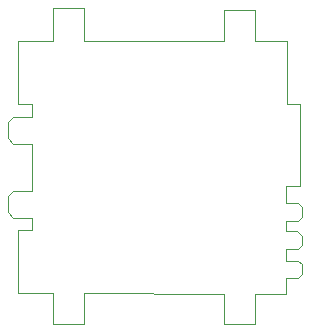
<source format=gbr>
%TF.GenerationSoftware,KiCad,Pcbnew,9.0.0*%
%TF.CreationDate,2025-03-28T18:18:21+01:00*%
%TF.ProjectId,cansatperso,63616e73-6174-4706-9572-736f2e6b6963,rev?*%
%TF.SameCoordinates,Original*%
%TF.FileFunction,Profile,NP*%
%FSLAX46Y46*%
G04 Gerber Fmt 4.6, Leading zero omitted, Abs format (unit mm)*
G04 Created by KiCad (PCBNEW 9.0.0) date 2025-03-28 18:18:21*
%MOMM*%
%LPD*%
G01*
G04 APERTURE LIST*
%TA.AperFunction,Profile*%
%ADD10C,0.050000*%
%TD*%
G04 APERTURE END LIST*
D10*
X178000000Y-72840000D02*
X189900000Y-72840000D01*
X189900000Y-70200000D01*
X192500000Y-70200000D01*
X192500000Y-72840000D01*
X195170000Y-72840000D01*
X195170000Y-73030000D01*
X195170000Y-78230000D01*
X196310000Y-78230000D01*
X196310000Y-78350000D01*
X196310000Y-85140000D01*
X195160000Y-85140000D01*
X195160000Y-86610000D01*
X195280000Y-86610000D01*
X196130000Y-86610000D01*
X196450000Y-86930000D01*
X196450000Y-87750000D01*
X196100000Y-88100000D01*
X195160000Y-88100000D01*
X195160000Y-88980000D01*
X196090000Y-88980000D01*
X196450000Y-89340000D01*
X196450000Y-90160000D01*
X196140000Y-90470000D01*
X195280000Y-90470000D01*
X195160000Y-90470000D01*
X195160000Y-91450000D01*
X196130000Y-91450000D01*
X196450000Y-91770000D01*
X196450000Y-92590000D01*
X196100000Y-92940000D01*
X195160000Y-92940000D01*
X195160000Y-94250000D01*
X192500000Y-94244807D01*
X192500000Y-96800000D01*
X189900000Y-96800000D01*
X189899927Y-94240772D01*
X178000000Y-94219018D01*
X178000000Y-96800000D01*
X175399995Y-96800000D01*
X175399967Y-94215334D01*
X172470000Y-94210193D01*
X172470000Y-88840000D01*
X173650000Y-88840000D01*
X173650000Y-88730000D01*
X173650000Y-87830000D01*
X172050000Y-87830000D01*
X171560000Y-87340000D01*
X171560000Y-86020000D01*
X172000000Y-85580000D01*
X173650000Y-85580000D01*
X173650000Y-85450000D01*
X173650000Y-81690000D01*
X173650000Y-81550000D01*
X172050000Y-81550000D01*
X171570000Y-81070000D01*
X171570000Y-79750000D01*
X172050000Y-79270000D01*
X173650000Y-79270000D01*
X173650000Y-79200000D01*
X173650000Y-78180000D01*
X172470000Y-78180000D01*
X172470000Y-72840000D01*
X175400000Y-72840000D01*
X175400000Y-70100000D01*
X178000000Y-70100000D01*
X178000000Y-72840000D01*
M02*

</source>
